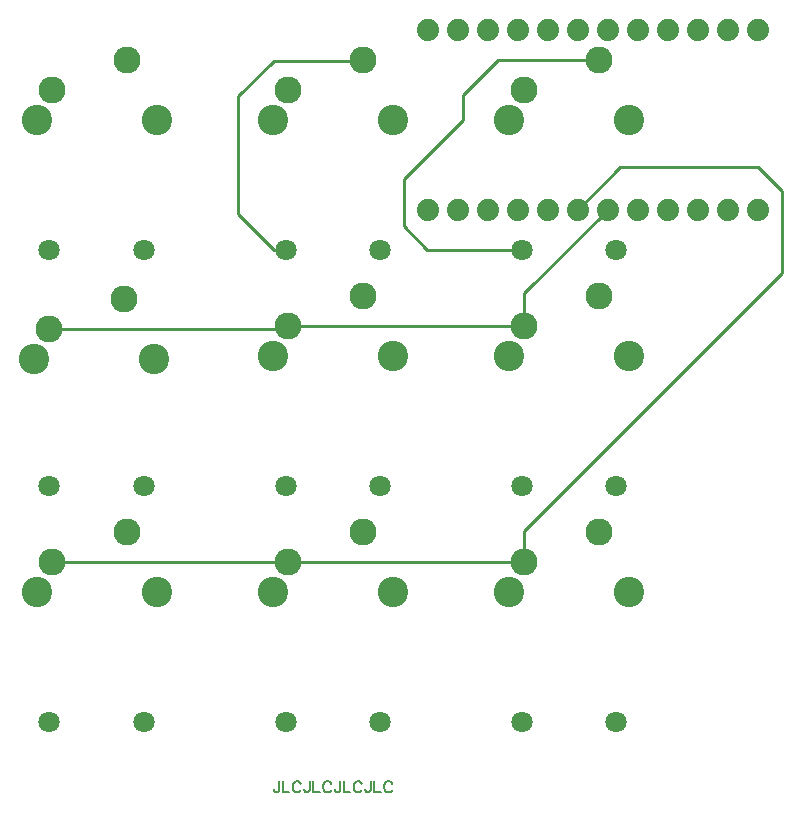
<source format=gtl>
G04 Layer: TopLayer*
G04 EasyEDA v6.3.53, 2020-06-12T19:14:44+01:00*
G04 b7557649432a4699b844ba23fabf0e7a,831979d3ac2e4a1db92824a7b243be6d,10*
G04 Gerber Generator version 0.2*
G04 Scale: 100 percent, Rotated: No, Reflected: No *
G04 Dimensions in millimeters *
G04 leading zeros omitted , absolute positions ,3 integer and 3 decimal *
%FSLAX33Y33*%
%MOMM*%
G90*
G71D02*

%ADD10C,0.254000*%
%ADD11C,0.203200*%
%ADD12C,2.286000*%
%ADD13C,2.571496*%
%ADD14C,1.799996*%
%ADD15C,1.879600*%

%LPD*%
G54D10*
G01X55999Y48999D02*
G01X48000Y48999D01*
G01X45999Y51000D01*
G01X45999Y55001D01*
G01X51000Y59999D01*
G01X51000Y62080D01*
G01X54000Y65079D01*
G01X62539Y65079D01*
G01X56189Y22539D02*
G01X56189Y25189D01*
G01X77998Y46997D01*
G01X77998Y54000D01*
G01X75999Y55999D01*
G01X64350Y55999D01*
G01X60728Y52379D01*
G01X42539Y65079D02*
G01X42461Y65001D01*
G01X35001Y65001D01*
G01X31998Y61998D01*
G01X31998Y51999D01*
G01X35000Y48999D01*
G01X35999Y48999D01*
G01X56189Y42539D02*
G01X56189Y45299D01*
G01X63269Y52379D01*
G01X36189Y22539D02*
G01X56189Y22539D01*
G01X16189Y22539D02*
G01X36189Y22539D01*
G01X36189Y42539D02*
G01X56189Y42539D01*
G01X16000Y42328D02*
G01X35978Y42328D01*
G01X36189Y42539D01*
G54D11*
G01X35454Y4008D02*
G01X35454Y3281D01*
G01X35408Y3144D01*
G01X35363Y3098D01*
G01X35271Y3055D01*
G01X35182Y3055D01*
G01X35091Y3098D01*
G01X35045Y3144D01*
G01X34999Y3281D01*
G01X34999Y3373D01*
G01X35754Y4008D02*
G01X35754Y3055D01*
G01X35754Y3055D02*
G01X36300Y3055D01*
G01X37280Y3782D02*
G01X37235Y3873D01*
G01X37146Y3962D01*
G01X37054Y4008D01*
G01X36871Y4008D01*
G01X36783Y3962D01*
G01X36691Y3873D01*
G01X36645Y3782D01*
G01X36600Y3644D01*
G01X36600Y3418D01*
G01X36645Y3281D01*
G01X36691Y3190D01*
G01X36783Y3098D01*
G01X36871Y3055D01*
G01X37054Y3055D01*
G01X37146Y3098D01*
G01X37235Y3190D01*
G01X37280Y3281D01*
G01X38035Y4008D02*
G01X38035Y3281D01*
G01X37992Y3144D01*
G01X37946Y3098D01*
G01X37854Y3055D01*
G01X37763Y3055D01*
G01X37672Y3098D01*
G01X37626Y3144D01*
G01X37580Y3281D01*
G01X37580Y3373D01*
G01X38337Y4008D02*
G01X38337Y3055D01*
G01X38337Y3055D02*
G01X38881Y3055D01*
G01X39864Y3782D02*
G01X39818Y3873D01*
G01X39726Y3962D01*
G01X39635Y4008D01*
G01X39455Y4008D01*
G01X39363Y3962D01*
G01X39272Y3873D01*
G01X39226Y3782D01*
G01X39180Y3644D01*
G01X39180Y3418D01*
G01X39226Y3281D01*
G01X39272Y3190D01*
G01X39363Y3098D01*
G01X39455Y3055D01*
G01X39635Y3055D01*
G01X39726Y3098D01*
G01X39818Y3190D01*
G01X39864Y3281D01*
G01X40618Y4008D02*
G01X40618Y3281D01*
G01X40572Y3144D01*
G01X40526Y3098D01*
G01X40435Y3055D01*
G01X40346Y3055D01*
G01X40255Y3098D01*
G01X40209Y3144D01*
G01X40163Y3281D01*
G01X40163Y3373D01*
G01X40918Y4008D02*
G01X40918Y3055D01*
G01X40918Y3055D02*
G01X41464Y3055D01*
G01X42444Y3782D02*
G01X42398Y3873D01*
G01X42310Y3962D01*
G01X42218Y4008D01*
G01X42035Y4008D01*
G01X41944Y3962D01*
G01X41855Y3873D01*
G01X41809Y3782D01*
G01X41763Y3644D01*
G01X41763Y3418D01*
G01X41809Y3281D01*
G01X41855Y3190D01*
G01X41944Y3098D01*
G01X42035Y3055D01*
G01X42218Y3055D01*
G01X42310Y3098D01*
G01X42398Y3190D01*
G01X42444Y3281D01*
G01X43199Y4008D02*
G01X43199Y3281D01*
G01X43153Y3144D01*
G01X43110Y3098D01*
G01X43018Y3055D01*
G01X42927Y3055D01*
G01X42835Y3098D01*
G01X42790Y3144D01*
G01X42744Y3281D01*
G01X42744Y3373D01*
G01X43498Y4008D02*
G01X43498Y3055D01*
G01X43498Y3055D02*
G01X44044Y3055D01*
G01X45027Y3782D02*
G01X44982Y3873D01*
G01X44890Y3962D01*
G01X44799Y4008D01*
G01X44618Y4008D01*
G01X44527Y3962D01*
G01X44436Y3873D01*
G01X44390Y3782D01*
G01X44344Y3644D01*
G01X44344Y3418D01*
G01X44390Y3281D01*
G01X44436Y3190D01*
G01X44527Y3098D01*
G01X44618Y3055D01*
G01X44799Y3055D01*
G01X44890Y3098D01*
G01X44982Y3190D01*
G01X45027Y3281D01*
G54D12*
G01X16189Y62539D03*
G01X22539Y65079D03*
G54D13*
G01X14919Y59999D03*
G01X25079Y59999D03*
G54D12*
G01X36189Y62539D03*
G01X42539Y65079D03*
G54D13*
G01X34919Y59999D03*
G01X45079Y59999D03*
G54D12*
G01X56189Y62539D03*
G01X62539Y65079D03*
G54D13*
G01X54919Y59999D03*
G01X65079Y59999D03*
G54D12*
G01X36189Y42539D03*
G01X42539Y45079D03*
G54D13*
G01X34919Y39999D03*
G01X45079Y39999D03*
G54D12*
G01X56189Y42539D03*
G01X62539Y45079D03*
G54D13*
G01X54919Y39999D03*
G01X65079Y39999D03*
G54D12*
G01X16189Y22539D03*
G01X22539Y25079D03*
G54D13*
G01X14919Y19999D03*
G01X25079Y19999D03*
G54D12*
G01X36189Y22539D03*
G01X42539Y25079D03*
G54D13*
G01X34919Y19999D03*
G01X45079Y19999D03*
G54D12*
G01X56189Y22539D03*
G01X62539Y25079D03*
G54D13*
G01X54919Y19999D03*
G01X65079Y19999D03*
G54D12*
G01X16000Y42328D03*
G54D13*
G01X14730Y39788D03*
G54D12*
G01X22350Y44868D03*
G54D13*
G01X24890Y39788D03*
G54D14*
G01X36000Y48999D03*
G01X43999Y48999D03*
G01X56000Y48999D03*
G01X63999Y48999D03*
G01X16000Y28999D03*
G01X24000Y28999D03*
G01X36000Y28999D03*
G01X43999Y28999D03*
G01X56000Y28999D03*
G01X63999Y28999D03*
G01X16000Y8999D03*
G01X24000Y8999D03*
G01X36000Y8999D03*
G01X43999Y8999D03*
G01X56000Y8999D03*
G01X63999Y8999D03*
G54D15*
G01X48029Y52379D03*
G01X50569Y52379D03*
G01X53109Y52379D03*
G01X55649Y52379D03*
G01X58189Y52379D03*
G01X60729Y52379D03*
G01X63269Y52379D03*
G01X65809Y52379D03*
G01X68349Y52379D03*
G01X70889Y52379D03*
G01X73429Y52379D03*
G01X75969Y52379D03*
G01X75969Y67619D03*
G01X73429Y67619D03*
G01X70889Y67619D03*
G01X68349Y67619D03*
G01X65809Y67619D03*
G01X63269Y67619D03*
G01X60729Y67619D03*
G01X58189Y67619D03*
G01X55649Y67619D03*
G01X53109Y67619D03*
G01X50569Y67619D03*
G01X48029Y67619D03*
G54D14*
G01X16000Y48999D03*
G01X24000Y48999D03*
M00*
M02*

</source>
